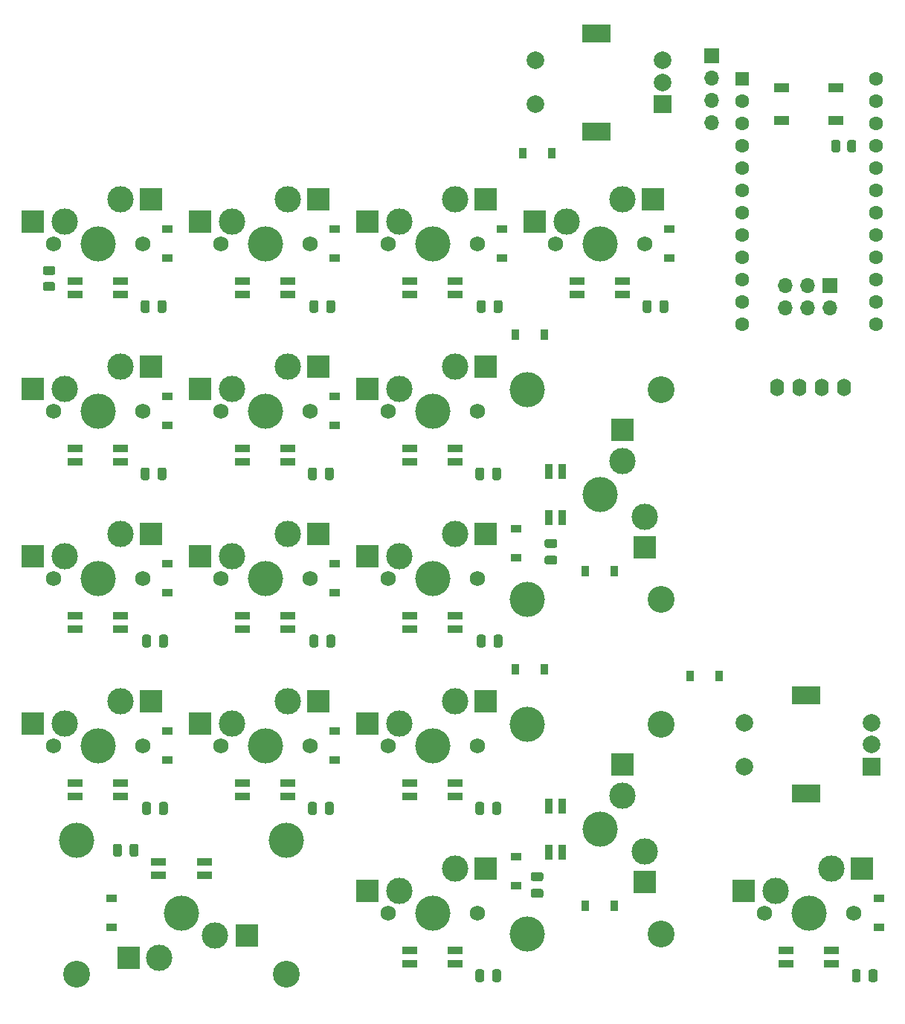
<source format=gbr>
%TF.GenerationSoftware,KiCad,Pcbnew,(5.1.10)-1*%
%TF.CreationDate,2021-11-21T17:13:45-05:00*%
%TF.ProjectId,numpad,6e756d70-6164-42e6-9b69-6361645f7063,rev?*%
%TF.SameCoordinates,Original*%
%TF.FileFunction,Soldermask,Bot*%
%TF.FilePolarity,Negative*%
%FSLAX46Y46*%
G04 Gerber Fmt 4.6, Leading zero omitted, Abs format (unit mm)*
G04 Created by KiCad (PCBNEW (5.1.10)-1) date 2021-11-21 17:13:45*
%MOMM*%
%LPD*%
G01*
G04 APERTURE LIST*
%ADD10R,0.900000X1.800000*%
%ADD11C,3.050000*%
%ADD12C,4.000000*%
%ADD13R,2.500000X2.550000*%
%ADD14C,3.000000*%
%ADD15R,1.800000X0.900000*%
%ADD16R,2.550000X2.500000*%
%ADD17R,0.900000X1.200000*%
%ADD18C,1.600000*%
%ADD19R,1.600000X1.600000*%
%ADD20C,1.750000*%
%ADD21R,1.200000X0.900000*%
%ADD22O,1.700000X1.700000*%
%ADD23R,1.700000X1.700000*%
%ADD24R,2.000000X2.000000*%
%ADD25C,2.000000*%
%ADD26R,3.200000X2.000000*%
%ADD27O,1.600000X2.000000*%
%ADD28R,1.800000X1.100000*%
G04 APERTURE END LIST*
D10*
%TO.C,MX17*%
X140240800Y-158165200D03*
X141740800Y-158165200D03*
X140240800Y-152965200D03*
X141740800Y-152965200D03*
D11*
X153040800Y-167503200D03*
D12*
X137800800Y-167503200D03*
X137800800Y-143627200D03*
D11*
X153040800Y-143627200D03*
D13*
X151120800Y-161580200D03*
X148580800Y-148155200D03*
D14*
X151120800Y-158105200D03*
X148580800Y-151755200D03*
D12*
X146040800Y-155565200D03*
%TD*%
D10*
%TO.C,MX11*%
X140240800Y-120067600D03*
X141740800Y-120067600D03*
X140240800Y-114867600D03*
X141740800Y-114867600D03*
D11*
X153040800Y-129405600D03*
D12*
X137800800Y-129405600D03*
X137800800Y-105529600D03*
D11*
X153040800Y-105529600D03*
D13*
X151120800Y-123482600D03*
X148580800Y-110057600D03*
D14*
X151120800Y-120007600D03*
X148580800Y-113657600D03*
D12*
X146040800Y-117467600D03*
%TD*%
D15*
%TO.C,MX15*%
X95818800Y-159289600D03*
X95818800Y-160789600D03*
X101018800Y-159289600D03*
X101018800Y-160789600D03*
D11*
X86480800Y-172089600D03*
D12*
X86480800Y-156849600D03*
X110356800Y-156849600D03*
D11*
X110356800Y-172089600D03*
D16*
X92403800Y-170169600D03*
X105828800Y-167629600D03*
D14*
X95878800Y-170169600D03*
X102228800Y-167629600D03*
D12*
X98418800Y-165089600D03*
%TD*%
D17*
%TO.C,D6*%
X136453800Y-99212500D03*
X139753800Y-99212500D03*
%TD*%
D18*
%TO.C,U1*%
X177471800Y-70162200D03*
X177471800Y-72702200D03*
X177471800Y-75242200D03*
X177471800Y-77782200D03*
X177471800Y-80322200D03*
X177471800Y-82862200D03*
X177471800Y-85402200D03*
X177471800Y-87942200D03*
X177471800Y-90482200D03*
X177471800Y-93022200D03*
X177471800Y-95562200D03*
X177471800Y-98102200D03*
X162231800Y-98102200D03*
X162231800Y-95562200D03*
X162231800Y-93022200D03*
X162231800Y-90482200D03*
X162231800Y-87942200D03*
X162231800Y-85402200D03*
X162231800Y-82862200D03*
X162231800Y-80322200D03*
X162231800Y-77782200D03*
X162231800Y-75242200D03*
X162231800Y-72702200D03*
D19*
X162231800Y-70162200D03*
%TD*%
D15*
%TO.C,MX18*%
X172451800Y-170889600D03*
X172451800Y-169389600D03*
X167251800Y-170889600D03*
X167251800Y-169389600D03*
D16*
X175866800Y-160009600D03*
X162441800Y-162549600D03*
D14*
X172391800Y-160009600D03*
X166041800Y-162549600D03*
D20*
X174931800Y-165089600D03*
X164771800Y-165089600D03*
D12*
X169851800Y-165089600D03*
%TD*%
D15*
%TO.C,MX16*%
X129592000Y-170889600D03*
X129592000Y-169389600D03*
X124392000Y-170889600D03*
X124392000Y-169389600D03*
D16*
X133007000Y-160009600D03*
X119582000Y-162549600D03*
D14*
X129532000Y-160009600D03*
X123182000Y-162549600D03*
D20*
X132072000Y-165089600D03*
X121912000Y-165089600D03*
D12*
X126992000Y-165089600D03*
%TD*%
D15*
%TO.C,MX10*%
X129592000Y-132792000D03*
X129592000Y-131292000D03*
X124392000Y-132792000D03*
X124392000Y-131292000D03*
D16*
X133007000Y-121912000D03*
X119582000Y-124452000D03*
D14*
X129532000Y-121912000D03*
X123182000Y-124452000D03*
D20*
X132072000Y-126992000D03*
X121912000Y-126992000D03*
D12*
X126992000Y-126992000D03*
%TD*%
D15*
%TO.C,MX9*%
X110543200Y-132792000D03*
X110543200Y-131292000D03*
X105343200Y-132792000D03*
X105343200Y-131292000D03*
D16*
X113958200Y-121912000D03*
X100533200Y-124452000D03*
D14*
X110483200Y-121912000D03*
X104133200Y-124452000D03*
D20*
X113023200Y-126992000D03*
X102863200Y-126992000D03*
D12*
X107943200Y-126992000D03*
%TD*%
D15*
%TO.C,MX8*%
X91494400Y-132792000D03*
X91494400Y-131292000D03*
X86294400Y-132792000D03*
X86294400Y-131292000D03*
D16*
X94909400Y-121912000D03*
X81484400Y-124452000D03*
D14*
X91434400Y-121912000D03*
X85084400Y-124452000D03*
D20*
X93974400Y-126992000D03*
X83814400Y-126992000D03*
D12*
X88894400Y-126992000D03*
%TD*%
D15*
%TO.C,MX7*%
X148640800Y-94694400D03*
X148640800Y-93194400D03*
X143440800Y-94694400D03*
X143440800Y-93194400D03*
D16*
X152055800Y-83814400D03*
X138630800Y-86354400D03*
D14*
X148580800Y-83814400D03*
X142230800Y-86354400D03*
D20*
X151120800Y-88894400D03*
X140960800Y-88894400D03*
D12*
X146040800Y-88894400D03*
%TD*%
D15*
%TO.C,MX3*%
X129592000Y-94694400D03*
X129592000Y-93194400D03*
X124392000Y-94694400D03*
X124392000Y-93194400D03*
D16*
X133007000Y-83814400D03*
X119582000Y-86354400D03*
D14*
X129532000Y-83814400D03*
X123182000Y-86354400D03*
D20*
X132072000Y-88894400D03*
X121912000Y-88894400D03*
D12*
X126992000Y-88894400D03*
%TD*%
D15*
%TO.C,MX2*%
X110543200Y-94694400D03*
X110543200Y-93194400D03*
X105343200Y-94694400D03*
X105343200Y-93194400D03*
D16*
X113958200Y-83814400D03*
X100533200Y-86354400D03*
D14*
X110483200Y-83814400D03*
X104133200Y-86354400D03*
D20*
X113023200Y-88894400D03*
X102863200Y-88894400D03*
D12*
X107943200Y-88894400D03*
%TD*%
D15*
%TO.C,MX1*%
X91494400Y-94694400D03*
X91494400Y-93194400D03*
X86294400Y-94694400D03*
X86294400Y-93194400D03*
D16*
X94909400Y-83814400D03*
X81484400Y-86354400D03*
D14*
X91434400Y-83814400D03*
X85084400Y-86354400D03*
D20*
X93974400Y-88894400D03*
X83814400Y-88894400D03*
D12*
X88894400Y-88894400D03*
%TD*%
D17*
%TO.C,RD2*%
X159596300Y-138103800D03*
X156296300Y-138103800D03*
%TD*%
%TO.C,RD1*%
X137247500Y-78576300D03*
X140547500Y-78576300D03*
%TD*%
%TO.C,LC11*%
G36*
G01*
X140009900Y-124423500D02*
X140959900Y-124423500D01*
G75*
G02*
X141209900Y-124673500I0J-250000D01*
G01*
X141209900Y-125173500D01*
G75*
G02*
X140959900Y-125423500I-250000J0D01*
G01*
X140009900Y-125423500D01*
G75*
G02*
X139759900Y-125173500I0J250000D01*
G01*
X139759900Y-124673500D01*
G75*
G02*
X140009900Y-124423500I250000J0D01*
G01*
G37*
G36*
G01*
X140009900Y-122523500D02*
X140959900Y-122523500D01*
G75*
G02*
X141209900Y-122773500I0J-250000D01*
G01*
X141209900Y-123273500D01*
G75*
G02*
X140959900Y-123523500I-250000J0D01*
G01*
X140009900Y-123523500D01*
G75*
G02*
X139759900Y-123273500I0J250000D01*
G01*
X139759900Y-122773500D01*
G75*
G02*
X140009900Y-122523500I250000J0D01*
G01*
G37*
%TD*%
%TO.C,D11*%
X147690800Y-126198300D03*
X144390800Y-126198300D03*
%TD*%
D15*
%TO.C,MX4*%
X91494400Y-113743200D03*
X91494400Y-112243200D03*
X86294400Y-113743200D03*
X86294400Y-112243200D03*
D16*
X94909400Y-102863200D03*
X81484400Y-105403200D03*
D14*
X91434400Y-102863200D03*
X85084400Y-105403200D03*
D20*
X93974400Y-107943200D03*
X83814400Y-107943200D03*
D12*
X88894400Y-107943200D03*
%TD*%
%TO.C,LC16*%
G36*
G01*
X133791600Y-172707900D02*
X133791600Y-171757900D01*
G75*
G02*
X134041600Y-171507900I250000J0D01*
G01*
X134541600Y-171507900D01*
G75*
G02*
X134791600Y-171757900I0J-250000D01*
G01*
X134791600Y-172707900D01*
G75*
G02*
X134541600Y-172957900I-250000J0D01*
G01*
X134041600Y-172957900D01*
G75*
G02*
X133791600Y-172707900I0J250000D01*
G01*
G37*
G36*
G01*
X131891600Y-172707900D02*
X131891600Y-171757900D01*
G75*
G02*
X132141600Y-171507900I250000J0D01*
G01*
X132641600Y-171507900D01*
G75*
G02*
X132891600Y-171757900I0J-250000D01*
G01*
X132891600Y-172707900D01*
G75*
G02*
X132641600Y-172957900I-250000J0D01*
G01*
X132141600Y-172957900D01*
G75*
G02*
X131891600Y-172707900I0J250000D01*
G01*
G37*
%TD*%
D21*
%TO.C,D16*%
X136516400Y-158677400D03*
X136516400Y-161977400D03*
%TD*%
%TO.C,LC18*%
G36*
G01*
X176651400Y-172707900D02*
X176651400Y-171757900D01*
G75*
G02*
X176901400Y-171507900I250000J0D01*
G01*
X177401400Y-171507900D01*
G75*
G02*
X177651400Y-171757900I0J-250000D01*
G01*
X177651400Y-172707900D01*
G75*
G02*
X177401400Y-172957900I-250000J0D01*
G01*
X176901400Y-172957900D01*
G75*
G02*
X176651400Y-172707900I0J250000D01*
G01*
G37*
G36*
G01*
X174751400Y-172707900D02*
X174751400Y-171757900D01*
G75*
G02*
X175001400Y-171507900I250000J0D01*
G01*
X175501400Y-171507900D01*
G75*
G02*
X175751400Y-171757900I0J-250000D01*
G01*
X175751400Y-172707900D01*
G75*
G02*
X175501400Y-172957900I-250000J0D01*
G01*
X175001400Y-172957900D01*
G75*
G02*
X174751400Y-172707900I0J250000D01*
G01*
G37*
%TD*%
%TO.C,D18*%
X177788800Y-163439600D03*
X177788800Y-166739600D03*
%TD*%
%TO.C,LC17*%
G36*
G01*
X138422500Y-162364800D02*
X139372500Y-162364800D01*
G75*
G02*
X139622500Y-162614800I0J-250000D01*
G01*
X139622500Y-163114800D01*
G75*
G02*
X139372500Y-163364800I-250000J0D01*
G01*
X138422500Y-163364800D01*
G75*
G02*
X138172500Y-163114800I0J250000D01*
G01*
X138172500Y-162614800D01*
G75*
G02*
X138422500Y-162364800I250000J0D01*
G01*
G37*
G36*
G01*
X138422500Y-160464800D02*
X139372500Y-160464800D01*
G75*
G02*
X139622500Y-160714800I0J-250000D01*
G01*
X139622500Y-161214800D01*
G75*
G02*
X139372500Y-161464800I-250000J0D01*
G01*
X138422500Y-161464800D01*
G75*
G02*
X138172500Y-161214800I0J250000D01*
G01*
X138172500Y-160714800D01*
G75*
G02*
X138422500Y-160464800I250000J0D01*
G01*
G37*
%TD*%
%TO.C,LC10*%
G36*
G01*
X133947900Y-134610300D02*
X133947900Y-133660300D01*
G75*
G02*
X134197900Y-133410300I250000J0D01*
G01*
X134697900Y-133410300D01*
G75*
G02*
X134947900Y-133660300I0J-250000D01*
G01*
X134947900Y-134610300D01*
G75*
G02*
X134697900Y-134860300I-250000J0D01*
G01*
X134197900Y-134860300D01*
G75*
G02*
X133947900Y-134610300I0J250000D01*
G01*
G37*
G36*
G01*
X132047900Y-134610300D02*
X132047900Y-133660300D01*
G75*
G02*
X132297900Y-133410300I250000J0D01*
G01*
X132797900Y-133410300D01*
G75*
G02*
X133047900Y-133660300I0J-250000D01*
G01*
X133047900Y-134610300D01*
G75*
G02*
X132797900Y-134860300I-250000J0D01*
G01*
X132297900Y-134860300D01*
G75*
G02*
X132047900Y-134610300I0J250000D01*
G01*
G37*
%TD*%
%TO.C,LC9*%
G36*
G01*
X114899100Y-134610300D02*
X114899100Y-133660300D01*
G75*
G02*
X115149100Y-133410300I250000J0D01*
G01*
X115649100Y-133410300D01*
G75*
G02*
X115899100Y-133660300I0J-250000D01*
G01*
X115899100Y-134610300D01*
G75*
G02*
X115649100Y-134860300I-250000J0D01*
G01*
X115149100Y-134860300D01*
G75*
G02*
X114899100Y-134610300I0J250000D01*
G01*
G37*
G36*
G01*
X112999100Y-134610300D02*
X112999100Y-133660300D01*
G75*
G02*
X113249100Y-133410300I250000J0D01*
G01*
X113749100Y-133410300D01*
G75*
G02*
X113999100Y-133660300I0J-250000D01*
G01*
X113999100Y-134610300D01*
G75*
G02*
X113749100Y-134860300I-250000J0D01*
G01*
X113249100Y-134860300D01*
G75*
G02*
X112999100Y-134610300I0J250000D01*
G01*
G37*
%TD*%
%TO.C,LC4*%
G36*
G01*
X95694000Y-115561500D02*
X95694000Y-114611500D01*
G75*
G02*
X95944000Y-114361500I250000J0D01*
G01*
X96444000Y-114361500D01*
G75*
G02*
X96694000Y-114611500I0J-250000D01*
G01*
X96694000Y-115561500D01*
G75*
G02*
X96444000Y-115811500I-250000J0D01*
G01*
X95944000Y-115811500D01*
G75*
G02*
X95694000Y-115561500I0J250000D01*
G01*
G37*
G36*
G01*
X93794000Y-115561500D02*
X93794000Y-114611500D01*
G75*
G02*
X94044000Y-114361500I250000J0D01*
G01*
X94544000Y-114361500D01*
G75*
G02*
X94794000Y-114611500I0J-250000D01*
G01*
X94794000Y-115561500D01*
G75*
G02*
X94544000Y-115811500I-250000J0D01*
G01*
X94044000Y-115811500D01*
G75*
G02*
X93794000Y-115561500I0J250000D01*
G01*
G37*
%TD*%
%TO.C,LC3*%
G36*
G01*
X133947900Y-96512700D02*
X133947900Y-95562700D01*
G75*
G02*
X134197900Y-95312700I250000J0D01*
G01*
X134697900Y-95312700D01*
G75*
G02*
X134947900Y-95562700I0J-250000D01*
G01*
X134947900Y-96512700D01*
G75*
G02*
X134697900Y-96762700I-250000J0D01*
G01*
X134197900Y-96762700D01*
G75*
G02*
X133947900Y-96512700I0J250000D01*
G01*
G37*
G36*
G01*
X132047900Y-96512700D02*
X132047900Y-95562700D01*
G75*
G02*
X132297900Y-95312700I250000J0D01*
G01*
X132797900Y-95312700D01*
G75*
G02*
X133047900Y-95562700I0J-250000D01*
G01*
X133047900Y-96512700D01*
G75*
G02*
X132797900Y-96762700I-250000J0D01*
G01*
X132297900Y-96762700D01*
G75*
G02*
X132047900Y-96512700I0J250000D01*
G01*
G37*
%TD*%
%TO.C,LC2*%
G36*
G01*
X114899100Y-96512700D02*
X114899100Y-95562700D01*
G75*
G02*
X115149100Y-95312700I250000J0D01*
G01*
X115649100Y-95312700D01*
G75*
G02*
X115899100Y-95562700I0J-250000D01*
G01*
X115899100Y-96512700D01*
G75*
G02*
X115649100Y-96762700I-250000J0D01*
G01*
X115149100Y-96762700D01*
G75*
G02*
X114899100Y-96512700I0J250000D01*
G01*
G37*
G36*
G01*
X112999100Y-96512700D02*
X112999100Y-95562700D01*
G75*
G02*
X113249100Y-95312700I250000J0D01*
G01*
X113749100Y-95312700D01*
G75*
G02*
X113999100Y-95562700I0J-250000D01*
G01*
X113999100Y-96512700D01*
G75*
G02*
X113749100Y-96762700I-250000J0D01*
G01*
X113249100Y-96762700D01*
G75*
G02*
X112999100Y-96512700I0J250000D01*
G01*
G37*
%TD*%
D17*
%TO.C,D17*%
X147690800Y-164295900D03*
X144390800Y-164295900D03*
%TD*%
D21*
%TO.C,D10*%
X136516400Y-121373500D03*
X136516400Y-124673500D03*
%TD*%
%TO.C,D9*%
X115880200Y-125342000D03*
X115880200Y-128642000D03*
%TD*%
%TO.C,D4*%
X96831400Y-106293200D03*
X96831400Y-109593200D03*
%TD*%
%TO.C,D3*%
X134929000Y-87244400D03*
X134929000Y-90544400D03*
%TD*%
%TO.C,D2*%
X115880200Y-87244400D03*
X115880200Y-90544400D03*
%TD*%
D15*
%TO.C,MX14*%
X129592000Y-151840800D03*
X129592000Y-150340800D03*
X124392000Y-151840800D03*
X124392000Y-150340800D03*
D16*
X133007000Y-140960800D03*
X119582000Y-143500800D03*
D14*
X129532000Y-140960800D03*
X123182000Y-143500800D03*
D20*
X132072000Y-146040800D03*
X121912000Y-146040800D03*
D12*
X126992000Y-146040800D03*
%TD*%
D15*
%TO.C,MX13*%
X110543200Y-151840800D03*
X110543200Y-150340800D03*
X105343200Y-151840800D03*
X105343200Y-150340800D03*
D16*
X113958200Y-140960800D03*
X100533200Y-143500800D03*
D14*
X110483200Y-140960800D03*
X104133200Y-143500800D03*
D20*
X113023200Y-146040800D03*
X102863200Y-146040800D03*
D12*
X107943200Y-146040800D03*
%TD*%
D15*
%TO.C,MX12*%
X91494400Y-151840800D03*
X91494400Y-150340800D03*
X86294400Y-151840800D03*
X86294400Y-150340800D03*
D16*
X94909400Y-140960800D03*
X81484400Y-143500800D03*
D14*
X91434400Y-140960800D03*
X85084400Y-143500800D03*
D20*
X93974400Y-146040800D03*
X83814400Y-146040800D03*
D12*
X88894400Y-146040800D03*
%TD*%
D15*
%TO.C,MX6*%
X129592000Y-113743200D03*
X129592000Y-112243200D03*
X124392000Y-113743200D03*
X124392000Y-112243200D03*
D16*
X133007000Y-102863200D03*
X119582000Y-105403200D03*
D14*
X129532000Y-102863200D03*
X123182000Y-105403200D03*
D20*
X132072000Y-107943200D03*
X121912000Y-107943200D03*
D12*
X126992000Y-107943200D03*
%TD*%
D15*
%TO.C,MX5*%
X110543200Y-113743200D03*
X110543200Y-112243200D03*
X105343200Y-113743200D03*
X105343200Y-112243200D03*
D16*
X113958200Y-102863200D03*
X100533200Y-105403200D03*
D14*
X110483200Y-102863200D03*
X104133200Y-105403200D03*
D20*
X113023200Y-107943200D03*
X102863200Y-107943200D03*
D12*
X107943200Y-107943200D03*
%TD*%
D22*
%TO.C,J2*%
X158740000Y-75084500D03*
X158740000Y-72544500D03*
X158740000Y-70004500D03*
D23*
X158740000Y-67464500D03*
%TD*%
D22*
%TO.C,J1*%
X167152900Y-96196600D03*
X167152900Y-93656600D03*
X169692900Y-96196600D03*
X169692900Y-93656600D03*
X172232900Y-96196600D03*
D23*
X172232900Y-93656600D03*
%TD*%
D24*
%TO.C,ROT2*%
X176995100Y-148421900D03*
D25*
X176995100Y-145921900D03*
X176995100Y-143421900D03*
D26*
X169495100Y-151521900D03*
X169495100Y-140321900D03*
D25*
X162495100Y-148421900D03*
X162495100Y-143421900D03*
%TD*%
D24*
%TO.C,ROT1*%
X153184100Y-73020400D03*
D25*
X153184100Y-70520400D03*
X153184100Y-68020400D03*
D26*
X145684100Y-76120400D03*
X145684100Y-64920400D03*
D25*
X138684100Y-73020400D03*
X138684100Y-68020400D03*
%TD*%
D27*
%TO.C,OLED1*%
X168771800Y-105280200D03*
X166231800Y-105280200D03*
X171311800Y-105280200D03*
X173851800Y-105280200D03*
%TD*%
%TO.C,R1*%
G36*
G01*
X83788501Y-92462900D02*
X82888499Y-92462900D01*
G75*
G02*
X82638500Y-92212901I0J249999D01*
G01*
X82638500Y-91687899D01*
G75*
G02*
X82888499Y-91437900I249999J0D01*
G01*
X83788501Y-91437900D01*
G75*
G02*
X84038500Y-91687899I0J-249999D01*
G01*
X84038500Y-92212901D01*
G75*
G02*
X83788501Y-92462900I-249999J0D01*
G01*
G37*
G36*
G01*
X83788501Y-94287900D02*
X82888499Y-94287900D01*
G75*
G02*
X82638500Y-94037901I0J249999D01*
G01*
X82638500Y-93512899D01*
G75*
G02*
X82888499Y-93262900I249999J0D01*
G01*
X83788501Y-93262900D01*
G75*
G02*
X84038500Y-93512899I0J-249999D01*
G01*
X84038500Y-94037901D01*
G75*
G02*
X83788501Y-94287900I-249999J0D01*
G01*
G37*
%TD*%
%TO.C,LC15*%
G36*
G01*
X91619200Y-157471300D02*
X91619200Y-158421300D01*
G75*
G02*
X91369200Y-158671300I-250000J0D01*
G01*
X90869200Y-158671300D01*
G75*
G02*
X90619200Y-158421300I0J250000D01*
G01*
X90619200Y-157471300D01*
G75*
G02*
X90869200Y-157221300I250000J0D01*
G01*
X91369200Y-157221300D01*
G75*
G02*
X91619200Y-157471300I0J-250000D01*
G01*
G37*
G36*
G01*
X93519200Y-157471300D02*
X93519200Y-158421300D01*
G75*
G02*
X93269200Y-158671300I-250000J0D01*
G01*
X92769200Y-158671300D01*
G75*
G02*
X92519200Y-158421300I0J250000D01*
G01*
X92519200Y-157471300D01*
G75*
G02*
X92769200Y-157221300I250000J0D01*
G01*
X93269200Y-157221300D01*
G75*
G02*
X93519200Y-157471300I0J-250000D01*
G01*
G37*
%TD*%
%TO.C,LC14*%
G36*
G01*
X133791600Y-153659100D02*
X133791600Y-152709100D01*
G75*
G02*
X134041600Y-152459100I250000J0D01*
G01*
X134541600Y-152459100D01*
G75*
G02*
X134791600Y-152709100I0J-250000D01*
G01*
X134791600Y-153659100D01*
G75*
G02*
X134541600Y-153909100I-250000J0D01*
G01*
X134041600Y-153909100D01*
G75*
G02*
X133791600Y-153659100I0J250000D01*
G01*
G37*
G36*
G01*
X131891600Y-153659100D02*
X131891600Y-152709100D01*
G75*
G02*
X132141600Y-152459100I250000J0D01*
G01*
X132641600Y-152459100D01*
G75*
G02*
X132891600Y-152709100I0J-250000D01*
G01*
X132891600Y-153659100D01*
G75*
G02*
X132641600Y-153909100I-250000J0D01*
G01*
X132141600Y-153909100D01*
G75*
G02*
X131891600Y-153659100I0J250000D01*
G01*
G37*
%TD*%
%TO.C,LC13*%
G36*
G01*
X114742800Y-153659100D02*
X114742800Y-152709100D01*
G75*
G02*
X114992800Y-152459100I250000J0D01*
G01*
X115492800Y-152459100D01*
G75*
G02*
X115742800Y-152709100I0J-250000D01*
G01*
X115742800Y-153659100D01*
G75*
G02*
X115492800Y-153909100I-250000J0D01*
G01*
X114992800Y-153909100D01*
G75*
G02*
X114742800Y-153659100I0J250000D01*
G01*
G37*
G36*
G01*
X112842800Y-153659100D02*
X112842800Y-152709100D01*
G75*
G02*
X113092800Y-152459100I250000J0D01*
G01*
X113592800Y-152459100D01*
G75*
G02*
X113842800Y-152709100I0J-250000D01*
G01*
X113842800Y-153659100D01*
G75*
G02*
X113592800Y-153909100I-250000J0D01*
G01*
X113092800Y-153909100D01*
G75*
G02*
X112842800Y-153659100I0J250000D01*
G01*
G37*
%TD*%
%TO.C,LC12*%
G36*
G01*
X95850300Y-153659100D02*
X95850300Y-152709100D01*
G75*
G02*
X96100300Y-152459100I250000J0D01*
G01*
X96600300Y-152459100D01*
G75*
G02*
X96850300Y-152709100I0J-250000D01*
G01*
X96850300Y-153659100D01*
G75*
G02*
X96600300Y-153909100I-250000J0D01*
G01*
X96100300Y-153909100D01*
G75*
G02*
X95850300Y-153659100I0J250000D01*
G01*
G37*
G36*
G01*
X93950300Y-153659100D02*
X93950300Y-152709100D01*
G75*
G02*
X94200300Y-152459100I250000J0D01*
G01*
X94700300Y-152459100D01*
G75*
G02*
X94950300Y-152709100I0J-250000D01*
G01*
X94950300Y-153659100D01*
G75*
G02*
X94700300Y-153909100I-250000J0D01*
G01*
X94200300Y-153909100D01*
G75*
G02*
X93950300Y-153659100I0J250000D01*
G01*
G37*
%TD*%
%TO.C,LC8*%
G36*
G01*
X95850300Y-134610300D02*
X95850300Y-133660300D01*
G75*
G02*
X96100300Y-133410300I250000J0D01*
G01*
X96600300Y-133410300D01*
G75*
G02*
X96850300Y-133660300I0J-250000D01*
G01*
X96850300Y-134610300D01*
G75*
G02*
X96600300Y-134860300I-250000J0D01*
G01*
X96100300Y-134860300D01*
G75*
G02*
X95850300Y-134610300I0J250000D01*
G01*
G37*
G36*
G01*
X93950300Y-134610300D02*
X93950300Y-133660300D01*
G75*
G02*
X94200300Y-133410300I250000J0D01*
G01*
X94700300Y-133410300D01*
G75*
G02*
X94950300Y-133660300I0J-250000D01*
G01*
X94950300Y-134610300D01*
G75*
G02*
X94700300Y-134860300I-250000J0D01*
G01*
X94200300Y-134860300D01*
G75*
G02*
X93950300Y-134610300I0J250000D01*
G01*
G37*
%TD*%
%TO.C,LC7*%
G36*
G01*
X152840400Y-96512700D02*
X152840400Y-95562700D01*
G75*
G02*
X153090400Y-95312700I250000J0D01*
G01*
X153590400Y-95312700D01*
G75*
G02*
X153840400Y-95562700I0J-250000D01*
G01*
X153840400Y-96512700D01*
G75*
G02*
X153590400Y-96762700I-250000J0D01*
G01*
X153090400Y-96762700D01*
G75*
G02*
X152840400Y-96512700I0J250000D01*
G01*
G37*
G36*
G01*
X150940400Y-96512700D02*
X150940400Y-95562700D01*
G75*
G02*
X151190400Y-95312700I250000J0D01*
G01*
X151690400Y-95312700D01*
G75*
G02*
X151940400Y-95562700I0J-250000D01*
G01*
X151940400Y-96512700D01*
G75*
G02*
X151690400Y-96762700I-250000J0D01*
G01*
X151190400Y-96762700D01*
G75*
G02*
X150940400Y-96512700I0J250000D01*
G01*
G37*
%TD*%
%TO.C,LC6*%
G36*
G01*
X133791600Y-115561500D02*
X133791600Y-114611500D01*
G75*
G02*
X134041600Y-114361500I250000J0D01*
G01*
X134541600Y-114361500D01*
G75*
G02*
X134791600Y-114611500I0J-250000D01*
G01*
X134791600Y-115561500D01*
G75*
G02*
X134541600Y-115811500I-250000J0D01*
G01*
X134041600Y-115811500D01*
G75*
G02*
X133791600Y-115561500I0J250000D01*
G01*
G37*
G36*
G01*
X131891600Y-115561500D02*
X131891600Y-114611500D01*
G75*
G02*
X132141600Y-114361500I250000J0D01*
G01*
X132641600Y-114361500D01*
G75*
G02*
X132891600Y-114611500I0J-250000D01*
G01*
X132891600Y-115561500D01*
G75*
G02*
X132641600Y-115811500I-250000J0D01*
G01*
X132141600Y-115811500D01*
G75*
G02*
X131891600Y-115561500I0J250000D01*
G01*
G37*
%TD*%
%TO.C,LC5*%
G36*
G01*
X114742800Y-115561500D02*
X114742800Y-114611500D01*
G75*
G02*
X114992800Y-114361500I250000J0D01*
G01*
X115492800Y-114361500D01*
G75*
G02*
X115742800Y-114611500I0J-250000D01*
G01*
X115742800Y-115561500D01*
G75*
G02*
X115492800Y-115811500I-250000J0D01*
G01*
X114992800Y-115811500D01*
G75*
G02*
X114742800Y-115561500I0J250000D01*
G01*
G37*
G36*
G01*
X112842800Y-115561500D02*
X112842800Y-114611500D01*
G75*
G02*
X113092800Y-114361500I250000J0D01*
G01*
X113592800Y-114361500D01*
G75*
G02*
X113842800Y-114611500I0J-250000D01*
G01*
X113842800Y-115561500D01*
G75*
G02*
X113592800Y-115811500I-250000J0D01*
G01*
X113092800Y-115811500D01*
G75*
G02*
X112842800Y-115561500I0J250000D01*
G01*
G37*
%TD*%
%TO.C,LC1*%
G36*
G01*
X95694000Y-96512700D02*
X95694000Y-95562700D01*
G75*
G02*
X95944000Y-95312700I250000J0D01*
G01*
X96444000Y-95312700D01*
G75*
G02*
X96694000Y-95562700I0J-250000D01*
G01*
X96694000Y-96512700D01*
G75*
G02*
X96444000Y-96762700I-250000J0D01*
G01*
X95944000Y-96762700D01*
G75*
G02*
X95694000Y-96512700I0J250000D01*
G01*
G37*
G36*
G01*
X93794000Y-96512700D02*
X93794000Y-95562700D01*
G75*
G02*
X94044000Y-95312700I250000J0D01*
G01*
X94544000Y-95312700D01*
G75*
G02*
X94794000Y-95562700I0J-250000D01*
G01*
X94794000Y-96512700D01*
G75*
G02*
X94544000Y-96762700I-250000J0D01*
G01*
X94044000Y-96762700D01*
G75*
G02*
X93794000Y-96512700I0J250000D01*
G01*
G37*
%TD*%
D21*
%TO.C,D15*%
X90481800Y-166739600D03*
X90481800Y-163439600D03*
%TD*%
D17*
%TO.C,D14*%
X136391200Y-137310100D03*
X139691200Y-137310100D03*
%TD*%
D21*
%TO.C,D13*%
X115880200Y-144390800D03*
X115880200Y-147690800D03*
%TD*%
%TO.C,D12*%
X96831400Y-144390800D03*
X96831400Y-147690800D03*
%TD*%
%TO.C,D8*%
X96831400Y-125342000D03*
X96831400Y-128642000D03*
%TD*%
%TO.C,D7*%
X153977800Y-87244400D03*
X153977800Y-90544400D03*
%TD*%
%TO.C,D5*%
X115880200Y-106293200D03*
X115880200Y-109593200D03*
%TD*%
%TO.C,D1*%
X96831400Y-87244400D03*
X96831400Y-90544400D03*
%TD*%
D28*
%TO.C,SW1*%
X172951800Y-74870400D03*
X166751800Y-71170400D03*
X172951800Y-71170400D03*
X166751800Y-74870400D03*
%TD*%
%TO.C,R2*%
G36*
G01*
X173420300Y-77332599D02*
X173420300Y-78232601D01*
G75*
G02*
X173170301Y-78482600I-249999J0D01*
G01*
X172645299Y-78482600D01*
G75*
G02*
X172395300Y-78232601I0J249999D01*
G01*
X172395300Y-77332599D01*
G75*
G02*
X172645299Y-77082600I249999J0D01*
G01*
X173170301Y-77082600D01*
G75*
G02*
X173420300Y-77332599I0J-249999D01*
G01*
G37*
G36*
G01*
X175245300Y-77332599D02*
X175245300Y-78232601D01*
G75*
G02*
X174995301Y-78482600I-249999J0D01*
G01*
X174470299Y-78482600D01*
G75*
G02*
X174220300Y-78232601I0J249999D01*
G01*
X174220300Y-77332599D01*
G75*
G02*
X174470299Y-77082600I249999J0D01*
G01*
X174995301Y-77082600D01*
G75*
G02*
X175245300Y-77332599I0J-249999D01*
G01*
G37*
%TD*%
M02*

</source>
